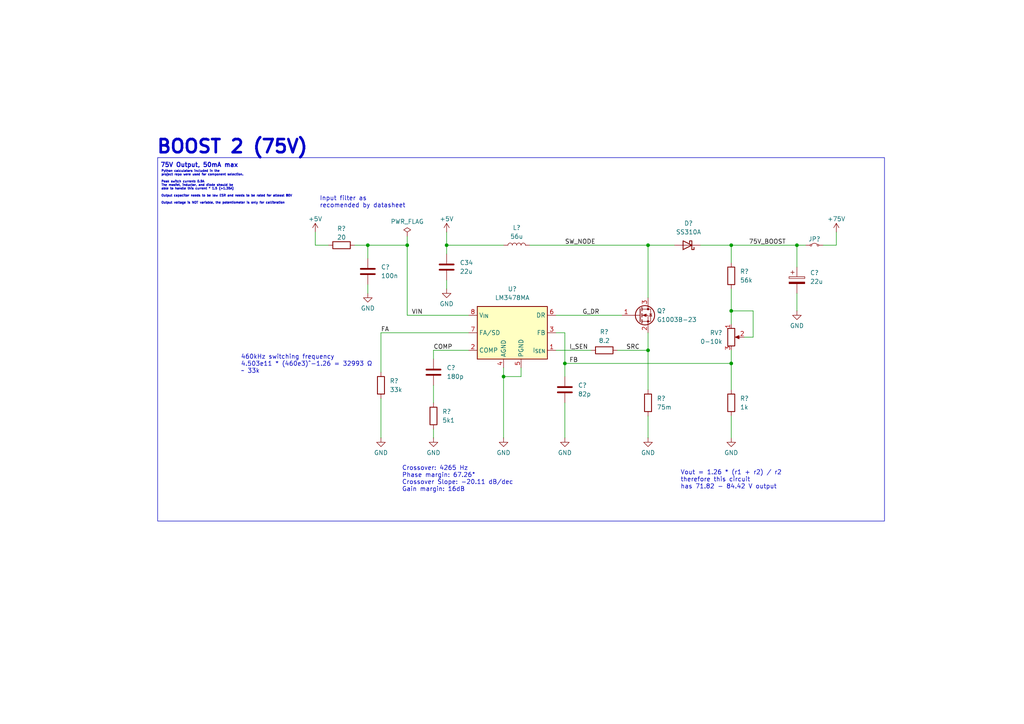
<source format=kicad_sch>
(kicad_sch (version 20250114) (generator "eeschema") (generator_version "9.0")
  (paper "A4")
  (title_block (title "75V Boost Converter") (date "2026-02-04"))
  (lib_symbols
    (symbol "Device:C" (pin_numbers (hide yes)) (pin_names (offset 0.254))
      (property "Reference" "C" (at 0.635 2.54 0))
      (property "Value" "C" (at 0.635 -2.54 0))
      (symbol "C_0_1"
        (polyline (pts (xy -2.032 0.762) (xy 2.032 0.762)) (stroke (width 0.508)))
        (polyline (pts (xy -2.032 -0.762) (xy 2.032 -0.762)) (stroke (width 0.508)))
      )
      (symbol "C_1_1"
        (pin passive line (at 0 3.81 270) (length 2.794) (name "~") (number "1"))
        (pin passive line (at 0 -3.81 90) (length 2.794) (name "~") (number "2"))
      )
    )
    (symbol "Device:C_Polarized" (pin_numbers (hide yes)) (pin_names (offset 0.254))
      (property "Reference" "C" (at 0.635 2.54 0))
      (property "Value" "C_Polarized" (at 0.635 -2.54 0))
      (symbol "C_Polarized_0_1"
        (rectangle (start -2.286 0.508) (end 2.286 1.016))
        (polyline (pts (xy -1.778 2.286) (xy -0.762 2.286)))
        (polyline (pts (xy -1.27 2.794) (xy -1.27 1.778)))
        (rectangle (start 2.286 -0.508) (end -2.286 -1.016) (fill (type outline)))
      )
      (symbol "C_Polarized_1_1"
        (pin passive line (at 0 3.81 270) (length 2.794) (name "~") (number "1"))
        (pin passive line (at 0 -3.81 90) (length 2.794) (name "~") (number "2"))
      )
    )
    (symbol "Device:D_Schottky" (pin_numbers (hide yes)) (pin_names (offset 1.016) (hide yes))
      (property "Reference" "D" (at 0 2.54 0))
      (property "Value" "D_Schottky" (at 0 -2.54 0))
      (symbol "D_Schottky_0_1"
        (polyline (pts (xy -1.905 0.635) (xy -1.905 1.27) (xy -1.27 1.27) (xy -1.27 -1.27) (xy -0.635 -1.27) (xy -0.635 -0.635)) (stroke (width 0.254)))
        (polyline (pts (xy 1.27 1.27) (xy 1.27 -1.27) (xy -1.27 0) (xy 1.27 1.27)) (stroke (width 0.254)))
        (polyline (pts (xy 1.27 0) (xy -1.27 0)))
      )
      (symbol "D_Schottky_1_1"
        (pin passive line (at -3.81 0 0) (length 2.54) (name "K") (number "1"))
        (pin passive line (at 3.81 0 180) (length 2.54) (name "A") (number "2"))
      )
    )
    (symbol "Device:L" (pin_numbers (hide yes)) (pin_names (offset 1.016) (hide yes))
      (property "Reference" "L" (at -1.27 0 90))
      (property "Value" "L" (at 1.905 0 90))
      (symbol "L_0_1"
        (arc (start 0 2.54) (mid 0.6323 1.905) (end 0 1.27))
        (arc (start 0 1.27) (mid 0.6323 0.635) (end 0 0))
        (arc (start 0 0) (mid 0.6323 -0.635) (end 0 -1.27))
        (arc (start 0 -1.27) (mid 0.6323 -1.905) (end 0 -2.54))
      )
      (symbol "L_1_1"
        (pin passive line (at 0 3.81 270) (length 1.27) (name "1") (number "1"))
        (pin passive line (at 0 -3.81 90) (length 1.27) (name "2") (number "2"))
      )
    )
    (symbol "Device:R" (pin_numbers (hide yes)) (pin_names (offset 0))
      (property "Reference" "R" (at 2.032 0 90))
      (property "Value" "R" (at 0 0 90))
      (symbol "R_0_1"
        (rectangle (start -1.016 -2.54) (end 1.016 2.54) (stroke (width 0.254)))
      )
      (symbol "R_1_1"
        (pin passive line (at 0 3.81 270) (length 1.27) (name "~") (number "1"))
        (pin passive line (at 0 -3.81 90) (length 1.27) (name "~") (number "2"))
      )
    )
    (symbol "Device:R_Potentiometer" (pin_names (offset 1.016) (hide yes))
      (property "Reference" "RV" (at -4.445 0 90))
      (property "Value" "R_Potentiometer" (at -2.54 0 90))
      (symbol "R_Potentiometer_0_1"
        (rectangle (start 1.016 2.54) (end -1.016 -2.54) (stroke (width 0.254)))
        (polyline (pts (xy 1.143 0) (xy 2.286 0.508) (xy 2.286 -0.508) (xy 1.143 0)) (fill (type outline)))
        (polyline (pts (xy 2.54 0) (xy 1.524 0)))
      )
      (symbol "R_Potentiometer_1_1"
        (pin passive line (at 0 3.81 270) (length 1.27) (name "1") (number "1"))
        (pin passive line (at 0 -3.81 90) (length 1.27) (name "3") (number "3"))
        (pin passive line (at 3.81 0 180) (length 1.27) (name "2") (number "2"))
      )
    )
    (symbol "Jumper:Jumper_2_Small_Bridged" (pin_numbers (hide yes)) (pin_names (offset 0) (hide yes))
      (property "Reference" "JP" (at 0 2.032 0))
      (property "Value" "Jumper_2_Small_Bridged" (at 0 -2.286 0))
      (symbol "Jumper_2_Small_Bridged_0_0"
        (circle (center -1.016 0) (radius 0.254))
        (circle (center 1.016 0) (radius 0.254))
      )
      (symbol "Jumper_2_Small_Bridged_0_1"
        (arc (start -0.762 0.254) (mid 0 0.5696) (end 0.762 0.254))
      )
      (symbol "Jumper_2_Small_Bridged_1_1"
        (pin passive line (at -2.54 0 0) (length 1.27) (name "A") (number "1"))
        (pin passive line (at 2.54 0 180) (length 1.27) (name "B") (number "2"))
      )
    )
    (symbol "Regulator_Controller:LM3478MA"
      (property "Reference" "U" (at -9.525 8.89 0))
      (property "Value" "LM3478MA" (at 5.08 8.89 0))
      (symbol "LM3478MA_0_1"
        (rectangle (start -10.16 7.62) (end 10.16 -7.62) (stroke (width 0.254)) (fill (type background)))
      )
      (symbol "LM3478MA_1_1"
        (pin power_in line (at -12.7 5.08 0) (length 2.54) (name "V_{IN}") (number "8"))
        (pin input line (at -12.7 0 0) (length 2.54) (name "FA/SD") (number "7"))
        (pin input line (at -12.7 -5.08 0) (length 2.54) (name "COMP") (number "2"))
        (pin power_in line (at -2.54 -10.16 90) (length 2.54) (name "AGND") (number "4"))
        (pin power_in line (at 2.54 -10.16 90) (length 2.54) (name "PGND") (number "5"))
        (pin output line (at 12.7 5.08 180) (length 2.54) (name "DR") (number "6"))
        (pin input line (at 12.7 0 180) (length 2.54) (name "FB") (number "3"))
        (pin input line (at 12.7 -5.08 180) (length 2.54) (name "I_{SEN}") (number "1"))
      )
    )
    (symbol "Transistor_FET:2N7002E" (pin_names (offset 0) (hide yes))
      (property "Reference" "Q" (at 5.08 1.905 0))
      (property "Value" "2N7002E" (at 5.08 0 0))
      (symbol "2N7002E_0_1"
        (polyline (pts (xy 0.254 1.905) (xy 0.254 -1.905)) (stroke (width 0.254)))
        (polyline (pts (xy 0.254 0) (xy -2.54 0)))
        (polyline (pts (xy 0.762 2.286) (xy 0.762 1.27)) (stroke (width 0.254)))
        (polyline (pts (xy 0.762 0.508) (xy 0.762 -0.508)) (stroke (width 0.254)))
        (polyline (pts (xy 0.762 -1.27) (xy 0.762 -2.286)) (stroke (width 0.254)))
        (polyline (pts (xy 0.762 -1.778) (xy 3.302 -1.778) (xy 3.302 1.778) (xy 0.762 1.778)))
        (polyline (pts (xy 1.016 0) (xy 2.032 0.381) (xy 2.032 -0.381) (xy 1.016 0)) (fill (type outline)))
        (circle (center 1.651 0) (radius 2.794) (stroke (width 0.254)))
        (polyline (pts (xy 2.54 2.54) (xy 2.54 1.778)))
        (circle (center 2.54 1.778) (radius 0.254) (fill (type outline)))
        (circle (center 2.54 -1.778) (radius 0.254) (fill (type outline)))
        (polyline (pts (xy 2.54 -2.54) (xy 2.54 0) (xy 0.762 0)))
        (polyline (pts (xy 2.921 0.381) (xy 3.683 0.381)))
        (polyline (pts (xy 3.302 0.381) (xy 2.921 -0.254) (xy 3.683 -0.254) (xy 3.302 0.381)))
      )
      (symbol "2N7002E_1_1"
        (pin input line (at -5.08 0 0) (length 2.54) (name "G") (number "1"))
        (pin passive line (at 2.54 5.08 270) (length 2.54) (name "D") (number "3"))
        (pin passive line (at 2.54 -5.08 90) (length 2.54) (name "S") (number "2"))
      )
    )
    (symbol "power:+5V" (power) (pin_numbers (hide yes)) (pin_names (offset 0) (hide yes))
      (property "Value" "+5V" (at 0 3.556 0))
      (symbol "+5V_0_1"
        (polyline (pts (xy -0.762 1.27) (xy 0 2.54)))
        (polyline (pts (xy 0 2.54) (xy 0.762 1.27)))
        (polyline (pts (xy 0 0) (xy 0 2.54)))
      )
      (symbol "+5V_1_1"
        (pin power_in line (at 0 0 90) (length 0) (name "~") (number "1"))
      )
    )
    (symbol "power:GND" (power) (pin_numbers (hide yes)) (pin_names (offset 0) (hide yes))
      (property "Value" "GND" (at 0 -3.81 0))
      (symbol "GND_0_1"
        (polyline (pts (xy 0 0) (xy 0 -1.27) (xy 1.27 -1.27) (xy 0 -2.54) (xy -1.27 -1.27) (xy 0 -1.27)))
      )
      (symbol "GND_1_1"
        (pin power_in line (at 0 0 270) (length 0) (name "~") (number "1"))
      )
    )
    (symbol "power:PWR_FLAG" (power) (pin_numbers (hide yes)) (pin_names (offset 0) (hide yes))
      (property "Value" "PWR_FLAG" (at 0 3.81 0))
      (symbol "PWR_FLAG_0_0"
        (pin power_out line (at 0 0 90) (length 0) (name "~") (number "1"))
      )
      (symbol "PWR_FLAG_0_1"
        (polyline (pts (xy 0 0) (xy 0 1.27) (xy -1.016 1.905) (xy 0 2.54) (xy 1.016 1.905) (xy 0 1.27)))
      )
    )
    (symbol "power:VDC" (power) (pin_numbers (hide yes)) (pin_names (offset 0) (hide yes))
      (property "Value" "VDC" (at 0 3.556 0))
      (symbol "VDC_0_1"
        (polyline (pts (xy -0.762 1.27) (xy 0 2.54)))
        (polyline (pts (xy 0 2.54) (xy 0.762 1.27)))
        (polyline (pts (xy 0 0) (xy 0 2.54)))
      )
      (symbol "VDC_1_1"
        (pin power_in line (at 0 0 90) (length 0) (name "~") (number "1"))
      )
    )
  )
  (rectangle (start 45.72 45.72) (end 256.54 151.13))
  (text "75V Output, 50mA max" (at 46.482 48.006 0) (effects (font (size 1.27 1.27) (thickness 0.254) (bold yes)) (justify left)))
  (text "460kHz switching frequency\n4.503e11 * (460e3)^-1.26 = 32993 Ω\n~ 33k" (at 69.85 105.664 0) (effects (font (size 1.27 1.27)) (justify left)))
  (text "BOOST 2 (75V)" (at 45.212 42.672 0) (effects (font (size 3.81 3.81) (thickness 0.762) (bold yes)) (justify left)))
  (text "Python calculators included in the\nproject repo were used for component selection.\n\nPeak switch current: 0.9A\nThe mosfet, inductor, and diode should be\nable to handle this current * 1.5 (>1.35A)\n\nOutput capacitor needs to be low ESR and needs to be rated for atleast 80V\n\nOutput voltage is NOT variable, the potentiometer is only for callibration" (at 46.736 54.356 0) (effects (font (size 0.635 0.635) (thickness 0.254) (bold yes)) (justify left)))
  (text "Input filter as\nrecomended by datasheet" (at 92.71 58.674 0) (effects (font (size 1.27 1.27)) (justify left)))
  (text "Vout = 1.26 * (r1 + r2) / r2\ntherefore this circuit\nhas 71.82 - 84.42 V output" (at 197.358 139.192 0) (effects (font (size 1.27 1.27)) (justify left)))
  (text "Crossover: 4265 Hz\nPhase margin: 67.26°\nCrossover Slope: -20.11 dB/dec\nGain margin: 16dB" (at 116.586 138.938 0) (effects (font (size 1.27 1.27)) (justify left)))
  (junction (at 212.09 105.41))
  (junction (at 106.68 71.12))
  (junction (at 163.83 105.41))
  (junction (at 146.05 109.22))
  (junction (at 118.11 71.12))
  (junction (at 212.09 71.12))
  (junction (at 129.54 71.12))
  (junction (at 187.96 101.6))
  (junction (at 231.14 71.12))
  (junction (at 212.09 90.17))
  (junction (at 187.96 71.12))
  (wire (pts (xy 212.09 83.82) (xy 212.09 90.17)))
  (wire (pts (xy 146.05 109.22) (xy 146.05 127)))
  (wire (pts (xy 161.29 96.52) (xy 163.83 96.52)))
  (wire (pts (xy 129.54 81.28) (xy 129.54 83.82)))
  (wire (pts (xy 163.83 96.52) (xy 163.83 105.41)))
  (wire (pts (xy 218.44 90.17) (xy 212.09 90.17)))
  (wire (pts (xy 153.67 71.12) (xy 187.96 71.12)))
  (wire (pts (xy 161.29 101.6) (xy 171.45 101.6)))
  (wire (pts (xy 110.49 115.57) (xy 110.49 127)))
  (wire (pts (xy 187.96 96.52) (xy 187.96 101.6)))
  (wire (pts (xy 146.05 106.68) (xy 146.05 109.22)))
  (wire (pts (xy 118.11 71.12) (xy 118.11 91.44)))
  (wire (pts (xy 187.96 120.65) (xy 187.96 127)))
  (wire (pts (xy 118.11 91.44) (xy 135.89 91.44)))
  (wire (pts (xy 129.54 67.31) (xy 129.54 71.12)))
  (wire (pts (xy 151.13 109.22) (xy 151.13 106.68)))
  (wire (pts (xy 212.09 101.6) (xy 212.09 105.41)))
  (wire (pts (xy 95.25 71.12) (xy 91.44 71.12)))
  (wire (pts (xy 135.89 96.52) (xy 110.49 96.52)))
  (wire (pts (xy 163.83 116.84) (xy 163.83 127)))
  (wire (pts (xy 212.09 105.41) (xy 212.09 113.03)))
  (wire (pts (xy 106.68 71.12) (xy 118.11 71.12)))
  (wire (pts (xy 161.29 91.44) (xy 180.34 91.44)))
  (wire (pts (xy 212.09 90.17) (xy 212.09 93.98)))
  (wire (pts (xy 212.09 120.65) (xy 212.09 127)))
  (wire (pts (xy 106.68 71.12) (xy 106.68 74.93)))
  (wire (pts (xy 129.54 73.66) (xy 129.54 71.12)))
  (wire (pts (xy 163.83 105.41) (xy 163.83 109.22)))
  (wire (pts (xy 125.73 124.46) (xy 125.73 127)))
  (wire (pts (xy 212.09 71.12) (xy 212.09 76.2)))
  (wire (pts (xy 102.87 71.12) (xy 106.68 71.12)))
  (wire (pts (xy 163.83 105.41) (xy 212.09 105.41)))
  (wire (pts (xy 146.05 109.22) (xy 151.13 109.22)))
  (wire (pts (xy 233.68 71.12) (xy 231.14 71.12)))
  (wire (pts (xy 187.96 71.12) (xy 195.58 71.12)))
  (wire (pts (xy 179.07 101.6) (xy 187.96 101.6)))
  (wire (pts (xy 242.57 67.31) (xy 242.57 71.12)))
  (wire (pts (xy 125.73 101.6) (xy 125.73 104.14)))
  (wire (pts (xy 212.09 71.12) (xy 231.14 71.12)))
  (wire (pts (xy 187.96 71.12) (xy 187.96 86.36)))
  (wire (pts (xy 106.68 82.55) (xy 106.68 85.09)))
  (wire (pts (xy 110.49 96.52) (xy 110.49 107.95)))
  (wire (pts (xy 125.73 101.6) (xy 135.89 101.6)))
  (wire (pts (xy 118.11 68.58) (xy 118.11 71.12)))
  (wire (pts (xy 91.44 67.31) (xy 91.44 71.12)))
  (wire (pts (xy 218.44 97.79) (xy 218.44 90.17)))
  (wire (pts (xy 187.96 101.6) (xy 187.96 113.03)))
  (wire (pts (xy 231.14 71.12) (xy 231.14 77.47)))
  (wire (pts (xy 203.2 71.12) (xy 212.09 71.12)))
  (wire (pts (xy 238.76 71.12) (xy 242.57 71.12)))
  (wire (pts (xy 129.54 71.12) (xy 146.05 71.12)))
  (wire (pts (xy 231.14 85.09) (xy 231.14 90.17)))
  (wire (pts (xy 215.9 97.79) (xy 218.44 97.79)))
  (wire (pts (xy 125.73 111.76) (xy 125.73 116.84)))
  (label "G_DR" (at 168.91 91.44 0))
  (label "SRC" (at 181.61 101.6 0))
  (label "COMP" (at 125.73 101.6 0))
  (label "75V_BOOST" (at 217.17 71.12 0))
  (label "VIN" (at 119.38 91.44 0) (effects (font (thickness 0.1588))))
  (label "SW_NODE" (at 163.83 71.12 0))
  (label "FA" (at 110.49 96.52 0))
  (label "I_SEN" (at 165.1 101.6 0))
  (label "FB" (at 165.1 105.41 0))
  (symbol (lib_id "Device:R") (at 125.73 120.65 0) (unit 1)
    (property "Reference" "R?" (at 128.27 119.3799 0) (effects (justify left)))
    (property "Value" "5k1" (at 128.27 121.9199 0) (effects (justify left)))
    (property "Footprint" "Resistor_SMD:R_0603_1608Metric" (effects (hide yes)))
    (property "Datasheet" "https://www.lcsc.com/datasheet/C23186.pdf" (effects (hide yes)))
    (property "Description" "Resistor" (effects (hide yes)))
    (property "LCSC PART #" "C23186" (effects (hide yes)))
  )
  (symbol (lib_id "power:GND") (at 187.96 127 0) (mirror y) (unit 1)
    (property "Reference" "#PWR?" (effects (hide yes)))
    (property "Value" "GND" (at 187.96 131.318 0))
    (property "Description" "Power symbol creates a global label with name \"GND\" , ground" (effects (hide yes)))
  )
  (symbol (lib_id "Jumper:Jumper_2_Small_Bridged") (at 236.22 71.12 0) (unit 1)
    (property "Reference" "JP?" (at 236.22 69.342 0))
    (property "Value" "Jumper_2_Small_Bridged" (effects (hide yes)))
    (property "Footprint" "Connector_PinHeader_2.54mm:PinHeader_1x02_P2.54mm_Vertical" (effects (hide yes)))
    (property "Description" "Jumper, 2-pole, small symbol, bridged" (effects (hide yes)))
  )
  (symbol (lib_id "power:PWR_FLAG") (at 118.11 68.58 0) (unit 1)
    (property "Reference" "#FLG?" (effects (hide yes)))
    (property "Value" "PWR_FLAG" (at 118.11 64.262 0))
    (property "Description" "Special symbol for telling ERC where power comes from" (effects (hide yes)))
  )
  (symbol (lib_id "Device:C_Polarized") (at 231.14 81.28 0) (unit 1)
    (property "Reference" "C?" (at 234.95 79.1209 0) (effects (justify left)))
    (property "Value" "22u" (at 234.95 81.6609 0) (effects (justify left)))
    (property "Footprint" "Capacitor_THT:CP_Radial_D6.3mm_P2.50mm" (effects (hide yes)))
    (property "Datasheet" "https://www.lcsc.com/datasheet/C44606504.pdf" (effects (hide yes)))
    (property "Description" "Polarized capacitor" (effects (hide yes)))
    (property "LCSC PART #" "C44606504" (effects (hide yes)))
  )
  (symbol (lib_id "power:GND") (at 125.73 127 0) (mirror y) (unit 1)
    (property "Reference" "#PWR?" (effects (hide yes)))
    (property "Value" "GND" (at 125.73 131.318 0))
    (property "Description" "Power symbol creates a global label with name \"GND\" , ground" (effects (hide yes)))
  )
  (symbol (lib_id "power:GND") (at 212.09 127 0) (mirror y) (unit 1)
    (property "Reference" "#PWR?" (effects (hide yes)))
    (property "Value" "GND" (at 212.09 131.318 0))
    (property "Description" "Power symbol creates a global label with name \"GND\" , ground" (effects (hide yes)))
  )
  (symbol (lib_id "Transistor_FET:2N7002E") (at 185.42 91.44 0) (unit 1)
    (property "Reference" "Q?" (at 190.5 90.17 0) (effects (justify left)))
    (property "Value" "G1003B-23" (at 190.5 92.71 0) (effects (justify left)))
    (property "Footprint" "Package_TO_SOT_SMD:SOT-23-3" (effects (hide yes)))
    (property "Datasheet" "https://www.lcsc.com/datasheet/C41367401.pdf" (effects (hide yes)))
    (property "LCSC PART #" "C22362809" (effects (hide yes)))
  )
  (symbol (lib_id "Device:R") (at 212.09 116.84 0) (unit 1)
    (property "Reference" "R?" (at 214.63 115.5699 0) (effects (justify left)))
    (property "Value" "1k" (at 214.63 118.1099 0) (effects (justify left)))
    (property "Footprint" "Resistor_SMD:R_0603_1608Metric" (effects (hide yes)))
    (property "Datasheet" "https://www.lcsc.com/datasheet/C2907002.pdf" (effects (hide yes)))
    (property "Description" "Resistor" (effects (hide yes)))
    (property "LCSC PART #" "C2907002" (effects (hide yes)))
  )
  (symbol (lib_id "power:VDC") (at 242.57 67.31 0) (unit 1)
    (property "Reference" "#PWR?" (effects (hide yes)))
    (property "Value" "+75V" (at 242.57 63.5 0))
    (property "Description" "Power symbol creates a global label with name \"VDC\"" (effects (hide yes)))
  )
  (symbol (lib_id "power:GND") (at 110.49 127 0) (mirror y) (unit 1)
    (property "Reference" "#PWR?" (effects (hide yes)))
    (property "Value" "GND" (at 110.49 131.318 0))
    (property "Description" "Power symbol creates a global label with name \"GND\" , ground" (effects (hide yes)))
  )
  (symbol (lib_id "power:GND") (at 231.14 90.17 0) (mirror y) (unit 1)
    (property "Reference" "#PWR?" (effects (hide yes)))
    (property "Value" "GND" (at 231.14 94.488 0))
    (property "Description" "Power symbol creates a global label with name \"GND\" , ground" (effects (hide yes)))
  )
  (symbol (lib_id "Device:R") (at 212.09 80.01 0) (unit 1)
    (property "Reference" "R?" (at 214.63 78.7399 0) (effects (justify left)))
    (property "Value" "56k" (at 214.63 81.2799 0) (effects (justify left)))
    (property "Footprint" "Resistor_SMD:R_0603_1608Metric" (effects (hide yes)))
    (property "Datasheet" "https://www.lcsc.com/datasheet/C2907053.pdf" (effects (hide yes)))
    (property "Description" "Resistor" (effects (hide yes)))
    (property "LCSC PART #" "C2907053" (effects (hide yes)))
  )
  (symbol (lib_id "Device:R") (at 187.96 116.84 0) (unit 1)
    (property "Reference" "R?" (at 190.5 115.5699 0) (effects (justify left)))
    (property "Value" "75m" (at 190.5 118.1099 0) (effects (justify left)))
    (property "Footprint" "Resistor_SMD:R_1206_3216Metric" (effects (hide yes)))
    (property "Datasheet" "https://www.lcsc.com/datasheet/C2904225.pdf" (effects (hide yes)))
    (property "Description" "Resistor" (effects (hide yes)))
    (property "LCSC PART #" "C2904225" (effects (hide yes)))
  )
  (symbol (lib_id "Device:C") (at 106.68 78.74 0) (unit 1)
    (property "Reference" "C?" (at 110.49 77.4699 0) (effects (justify left)))
    (property "Value" "100n" (at 110.49 80.0099 0) (effects (justify left)))
    (property "Footprint" "Capacitor_SMD:C_0603_1608Metric" (effects (hide yes)))
    (property "Datasheet" "https://www.lcsc.com/datasheet/C15725.pdf" (effects (hide yes)))
    (property "Description" "Unpolarized capacitor" (effects (hide yes)))
    (property "LCSC PART #" "C15725" (effects (hide yes)))
  )
  (symbol (lib_id "power:GND") (at 163.83 127 0) (mirror y) (unit 1)
    (property "Reference" "#PWR?" (effects (hide yes)))
    (property "Value" "GND" (at 163.83 131.318 0))
    (property "Description" "Power symbol creates a global label with name \"GND\" , ground" (effects (hide yes)))
  )
  (symbol (lib_id "Device:C") (at 129.54 77.47 0) (unit 1)
    (property "Reference" "C34" (at 133.35 76.1999 0) (effects (justify left)))
    (property "Value" "22u" (at 133.35 78.7399 0) (effects (justify left)))
    (property "Footprint" "Capacitor_SMD:C_0603_1608Metric" (effects (hide yes)))
    (property "Datasheet" "https://www.lcsc.com/datasheet/C7432770.pdf" (effects (hide yes)))
    (property "Description" "Unpolarized capacitor" (effects (hide yes)))
    (property "LCSC PART #" "C7432770" (effects (hide yes)))
  )
  (symbol (lib_id "Device:R") (at 99.06 71.12 90) (unit 1)
    (property "Reference" "R?" (at 99.06 66.294 90))
    (property "Value" "20" (at 99.06 68.834 90))
    (property "Footprint" "Resistor_SMD:R_0603_1608Metric" (effects (hide yes)))
    (property "Datasheet" "https://www.lcsc.com/datasheet/C2907012.pdf" (effects (hide yes)))
    (property "Description" "Resistor" (effects (hide yes)))
    (property "LCSC PART #" "C2907012" (effects (hide yes)))
  )
  (symbol (lib_id "power:GND") (at 129.54 83.82 0) (mirror y) (unit 1)
    (property "Reference" "#PWR?" (effects (hide yes)))
    (property "Value" "GND" (at 129.54 88.138 0))
    (property "Description" "Power symbol creates a global label with name \"GND\" , ground" (effects (hide yes)))
  )
  (symbol (lib_id "power:GND") (at 106.68 85.09 0) (mirror y) (unit 1)
    (property "Reference" "#PWR?" (effects (hide yes)))
    (property "Value" "GND" (at 106.68 89.408 0))
    (property "Description" "Power symbol creates a global label with name \"GND\" , ground" (effects (hide yes)))
  )
  (symbol (lib_id "power:GND") (at 146.05 127 0) (mirror y) (unit 1)
    (property "Reference" "#PWR?" (effects (hide yes)))
    (property "Value" "GND" (at 146.05 131.318 0))
    (property "Description" "Power symbol creates a global label with name \"GND\" , ground" (effects (hide yes)))
  )
  (symbol (lib_id "Device:C") (at 163.83 113.03 0) (unit 1)
    (property "Reference" "C?" (at 167.64 111.7599 0) (effects (justify left)))
    (property "Value" "82p" (at 167.64 114.2999 0) (effects (justify left)))
    (property "Footprint" "Capacitor_SMD:C_0603_1608Metric" (effects (hide yes)))
    (property "Datasheet" "https://www.lcsc.com/datasheet/C1864236.pdf" (effects (hide yes)))
    (property "Description" "Unpolarized capacitor" (effects (hide yes)))
    (property "LCSC PART #" "C1864236" (effects (hide yes)))
  )
  (symbol (lib_id "Device:D_Schottky") (at 199.39 71.12 180) (unit 1)
    (property "Reference" "D?" (at 199.7075 64.77 0))
    (property "Value" "SS310A" (at 199.7075 67.31 0))
    (property "Footprint" "Diode_SMD:D_SMA" (effects (hide yes)))
    (property "Datasheet" "https://www.lcsc.com/datasheet/C48996628.pdf" (effects (hide yes)))
    (property "Description" "Schottky diode" (effects (hide yes)))
    (property "LCSC PART #" "C48996628" (effects (hide yes)))
  )
  (symbol (lib_id "Device:R") (at 175.26 101.6 90) (unit 1)
    (property "Reference" "R?" (at 175.26 96.266 90))
    (property "Value" "8.2" (at 175.26 98.806 90))
    (property "Footprint" "Resistor_SMD:R_0603_1608Metric" (effects (hide yes)))
    (property "Datasheet" "https://www.lcsc.com/datasheet/C861594.pdf" (effects (hide yes)))
    (property "Description" "Resistor" (effects (hide yes)))
    (property "LCSC PART #" "C861594" (effects (hide yes)))
  )
  (symbol (lib_id "power:+5V") (at 91.44 67.31 0) (unit 1)
    (property "Reference" "#PWR?" (effects (hide yes)))
    (property "Value" "+5V" (at 91.44 63.5 0))
    (property "Description" "Power symbol creates a global label with name \"+5V\"" (effects (hide yes)))
  )
  (symbol (lib_id "Device:L") (at 149.86 71.12 90) (unit 1)
    (property "Reference" "L?" (at 149.86 66.04 90))
    (property "Value" "56u" (at 149.86 68.58 90))
    (property "Footprint" "CustomFootprints:Chilisin SCDS105R" (effects (hide yes)))
    (property "Datasheet" "https://www.lcsc.com/datasheet/C329728.pdf" (effects (hide yes)))
    (property "Description" "Inductor" (effects (hide yes)))
    (property "LCSC PART #" "C329728" (effects (hide yes)))
  )
  (symbol (lib_id "Device:R_Potentiometer") (at 212.09 97.79 0) (unit 1)
    (property "Reference" "RV?" (at 209.55 96.5199 0) (effects (justify right)))
    (property "Value" "0-10k" (at 209.55 99.0599 0) (effects (justify right)))
    (property "Footprint" "CustomFootprints:Potentiometer_Bourns_TC33X_Vertical" (effects (hide yes)))
    (property "Datasheet" "https://www.lcsc.com/datasheet/C719176.pdf" (effects (hide yes)))
    (property "Description" "Potentiometer" (effects (hide yes)))
    (property "LCSC PART #" "C719176" (effects (hide yes)))
  )
  (symbol (lib_id "power:+5V") (at 129.54 67.31 0) (unit 1)
    (property "Reference" "#PWR?" (effects (hide yes)))
    (property "Value" "+5V" (at 129.54 63.5 0))
    (property "Description" "Power symbol creates a global label with name \"+5V\"" (effects (hide yes)))
  )
  (symbol (lib_id "Device:C") (at 125.73 107.95 0) (unit 1)
    (property "Reference" "C?" (at 129.54 106.6799 0) (effects (justify left)))
    (property "Value" "180p" (at 129.54 109.2199 0) (effects (justify left)))
    (property "Footprint" "Capacitor_SMD:C_0603_1608Metric" (effects (hide yes)))
    (property "Datasheet" "https://www.lcsc.com/datasheet/C2170987.pdf" (effects (hide yes)))
    (property "Description" "Unpolarized capacitor" (effects (hide yes)))
    (property "LCSC PART #" "C2170987" (effects (hide yes)))
  )
  (symbol (lib_id "Device:R") (at 110.49 111.76 0) (unit 1)
    (property "Reference" "R?" (at 113.03 110.4899 0) (effects (justify left)))
    (property "Value" "33k" (at 113.03 113.0299 0) (effects (justify left)))
    (property "Footprint" "Resistor_SMD:R_0603_1608Metric" (effects (hide yes)))
    (property "Datasheet" "https://www.lcsc.com/datasheet/C2907028.pdf" (effects (hide yes)))
    (property "Description" "Resistor" (effects (hide yes)))
    (property "LCSC PART #" "C2907028" (effects (hide yes)))
  )
  (symbol (lib_id "Regulator_Controller:LM3478MA") (at 148.59 96.52 0) (unit 1)
    (property "Reference" "U?" (at 148.59 83.82 0))
    (property "Value" "LM3478MA" (at 148.59 86.36 0))
    (property "Footprint" "Package_SO:SOIC-8_3.9x4.9mm_P1.27mm" (effects (hide yes)))
    (property "Datasheet" "https://www.ti.com/lit/gpn/lm3478" (effects (hide yes)))
    (property "Description" "2.97~40V Wide Input Range Boost/SEPIC/Flyback DC-DC Controller, SOIC-8" (effects (hide yes)))
    (property "LCSC PART #" "C115907" (effects (hide yes)))
  )
)
</source>
